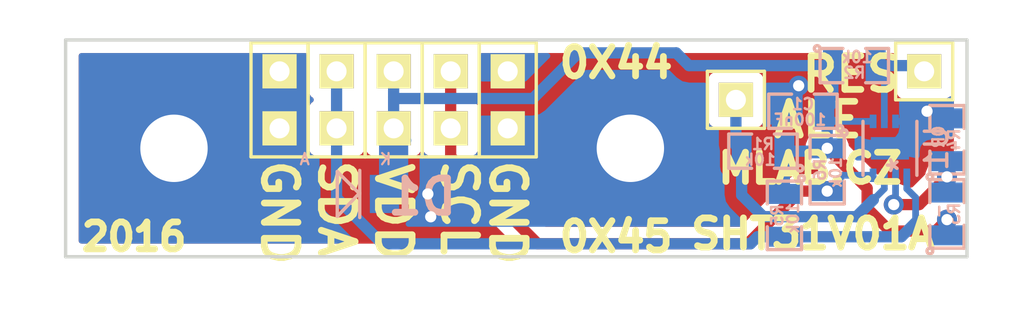
<source format=kicad_pcb>
(kicad_pcb (version 4) (host pcbnew 4.0.1-stable)

  (general
    (links 32)
    (no_connects 0)
    (area 0.178999 -9.981001 40.461001 -0.178999)
    (thickness 1.6)
    (drawings 16)
    (tracks 82)
    (zones 0)
    (modules 18)
    (nets 8)
  )

  (page A4)
  (layers
    (0 F.Cu signal)
    (31 B.Cu signal)
    (32 B.Adhes user)
    (33 F.Adhes user)
    (34 B.Paste user)
    (35 F.Paste user)
    (36 B.SilkS user)
    (37 F.SilkS user)
    (38 B.Mask user hide)
    (39 F.Mask user)
    (40 Dwgs.User user)
    (41 Cmts.User user)
    (42 Eco1.User user)
    (43 Eco2.User user)
    (44 Edge.Cuts user)
    (45 Margin user)
    (46 B.CrtYd user)
    (47 F.CrtYd user)
    (48 B.Fab user)
    (49 F.Fab user)
  )

  (setup
    (last_trace_width 0.3)
    (user_trace_width 0.3)
    (user_trace_width 0.4)
    (user_trace_width 0.5)
    (user_trace_width 0.6)
    (user_trace_width 1.3)
    (trace_clearance 0.2)
    (zone_clearance 0.508)
    (zone_45_only yes)
    (trace_min 0.2)
    (segment_width 0.2)
    (edge_width 0.15)
    (via_size 0.89)
    (via_drill 0.5)
    (via_min_size 0.4)
    (via_min_drill 0.3)
    (uvia_size 0.3)
    (uvia_drill 0.127)
    (uvias_allowed no)
    (uvia_min_size 0.2)
    (uvia_min_drill 0.1)
    (pcb_text_width 0.3)
    (pcb_text_size 1.5 1.5)
    (mod_edge_width 0.15)
    (mod_text_size 1 1)
    (mod_text_width 0.15)
    (pad_size 1.524 1.524)
    (pad_drill 0.762)
    (pad_to_mask_clearance 0.2)
    (aux_axis_origin 0 0)
    (visible_elements 7FFFFF7F)
    (pcbplotparams
      (layerselection 0x010e0_80000001)
      (usegerberextensions false)
      (excludeedgelayer true)
      (linewidth 0.300000)
      (plotframeref false)
      (viasonmask false)
      (mode 1)
      (useauxorigin false)
      (hpglpennumber 1)
      (hpglpenspeed 20)
      (hpglpendiameter 15)
      (hpglpenoverlay 2)
      (psnegative false)
      (psa4output false)
      (plotreference true)
      (plotvalue true)
      (plotinvisibletext false)
      (padsonsilk false)
      (subtractmaskfromsilk false)
      (outputformat 1)
      (mirror false)
      (drillshape 0)
      (scaleselection 1)
      (outputdirectory ../CAM_PROFI/))
  )

  (net 0 "")
  (net 1 /ALERT)
  (net 2 /nRESET)
  (net 3 +3V3)
  (net 4 /SDA)
  (net 5 /SCL)
  (net 6 GND)
  (net 7 "Net-(R3-Pad2)")

  (net_class Default "Toto je výchozí třída sítě."
    (clearance 0.2)
    (trace_width 0.3)
    (via_dia 0.89)
    (via_drill 0.5)
    (uvia_dia 0.3)
    (uvia_drill 0.127)
    (add_net +3V3)
    (add_net /ALERT)
    (add_net /SCL)
    (add_net /SDA)
    (add_net /nRESET)
    (add_net GND)
    (add_net "Net-(R3-Pad2)")
  )

  (module Mlab_Pin_Headers:Straight_1x01 (layer F.Cu) (tedit 56C1CC54) (tstamp 56C25D40)
    (at 30.099 -7.239)
    (descr "pin header straight 1x01")
    (tags "pin header straight 1x01")
    (path /56C1A5C2)
    (fp_text reference J1 (at 0 -2.54) (layer F.SilkS) hide
      (effects (font (size 1.5 1.5) (thickness 0.15)))
    )
    (fp_text value CONN1_1 (at 0 2.54) (layer F.SilkS) hide
      (effects (font (size 1.5 1.5) (thickness 0.15)))
    )
    (fp_text user 1 (at -1.651 0) (layer F.SilkS) hide
      (effects (font (size 0.5 0.5) (thickness 0.05)))
    )
    (fp_line (start -1.27 -1.27) (end 1.27 -1.27) (layer F.SilkS) (width 0.15))
    (fp_line (start 1.27 -1.27) (end 1.27 1.27) (layer F.SilkS) (width 0.15))
    (fp_line (start 1.27 1.27) (end -1.27 1.27) (layer F.SilkS) (width 0.15))
    (fp_line (start -1.27 1.27) (end -1.27 -1.27) (layer F.SilkS) (width 0.15))
    (pad 1 thru_hole rect (at 0 0) (size 1.524 1.524) (drill 0.889) (layers *.Cu *.Mask F.SilkS)
      (net 1 /ALERT))
    (model Pin_Headers/Pin_Header_Straight_1x01.wrl
      (at (xyz 0 0 0))
      (scale (xyz 1 1 1))
      (rotate (xyz 0 0 90))
    )
  )

  (module Mlab_Pin_Headers:Straight_1x01 (layer F.Cu) (tedit 56C1CC5F) (tstamp 56C25D4A)
    (at 38.481 -8.509)
    (descr "pin header straight 1x01")
    (tags "pin header straight 1x01")
    (path /56C1A764)
    (fp_text reference J2 (at 0 -2.54) (layer F.SilkS) hide
      (effects (font (size 1.5 1.5) (thickness 0.15)))
    )
    (fp_text value CONN1_1 (at 0 2.54) (layer F.SilkS) hide
      (effects (font (size 1.5 1.5) (thickness 0.15)))
    )
    (fp_text user 1 (at -1.651 0) (layer F.SilkS) hide
      (effects (font (size 0.5 0.5) (thickness 0.05)))
    )
    (fp_line (start -1.27 -1.27) (end 1.27 -1.27) (layer F.SilkS) (width 0.15))
    (fp_line (start 1.27 -1.27) (end 1.27 1.27) (layer F.SilkS) (width 0.15))
    (fp_line (start 1.27 1.27) (end -1.27 1.27) (layer F.SilkS) (width 0.15))
    (fp_line (start -1.27 1.27) (end -1.27 -1.27) (layer F.SilkS) (width 0.15))
    (pad 1 thru_hole rect (at 0 0) (size 1.524 1.524) (drill 0.889) (layers *.Cu *.Mask F.SilkS)
      (net 2 /nRESET))
    (model Pin_Headers/Pin_Header_Straight_1x01.wrl
      (at (xyz 0 0 0))
      (scale (xyz 1 1 1))
      (rotate (xyz 0 0 90))
    )
  )

  (module Mlab_Pin_Headers:Straight_1x02 (layer F.Cu) (tedit 5535DB0D) (tstamp 56C25D73)
    (at 14.859 -7.239)
    (descr "pin header straight 1x02")
    (tags "pin header straight 1x02")
    (path /56C19DA8)
    (fp_text reference J9 (at 0 -3.81) (layer F.SilkS) hide
      (effects (font (size 1.5 1.5) (thickness 0.15)))
    )
    (fp_text value JUMP_2x1 (at 0 3.81) (layer F.SilkS) hide
      (effects (font (size 1.5 1.5) (thickness 0.15)))
    )
    (fp_text user 1 (at -1.651 -1.27) (layer F.SilkS) hide
      (effects (font (size 0.5 0.5) (thickness 0.05)))
    )
    (fp_line (start -1.27 -2.54) (end 1.27 -2.54) (layer F.SilkS) (width 0.15))
    (fp_line (start 1.27 -2.54) (end 1.27 2.54) (layer F.SilkS) (width 0.15))
    (fp_line (start 1.27 2.54) (end -1.27 2.54) (layer F.SilkS) (width 0.15))
    (fp_line (start -1.27 2.54) (end -1.27 -2.54) (layer F.SilkS) (width 0.15))
    (pad 2 thru_hole rect (at 0 1.27) (size 1.524 1.524) (drill 0.889) (layers *.Cu *.Mask F.SilkS)
      (net 3 +3V3))
    (pad 1 thru_hole rect (at 0 -1.27) (size 1.524 1.524) (drill 0.889) (layers *.Cu *.Mask F.SilkS)
      (net 3 +3V3))
    (model Pin_Headers/Pin_Header_Straight_1x02.wrl
      (at (xyz 0 0 0))
      (scale (xyz 1 1 1))
      (rotate (xyz 0 0 90))
    )
  )

  (module Mlab_Pin_Headers:Straight_1x02 (layer F.Cu) (tedit 5535DB0D) (tstamp 56C25D7E)
    (at 12.319 -7.239)
    (descr "pin header straight 1x02")
    (tags "pin header straight 1x02")
    (path /56C19B98)
    (fp_text reference J10 (at 0 -3.81) (layer F.SilkS) hide
      (effects (font (size 1.5 1.5) (thickness 0.15)))
    )
    (fp_text value JUMP_2x1 (at 0 3.81) (layer F.SilkS) hide
      (effects (font (size 1.5 1.5) (thickness 0.15)))
    )
    (fp_text user 1 (at -1.651 -1.27) (layer F.SilkS) hide
      (effects (font (size 0.5 0.5) (thickness 0.05)))
    )
    (fp_line (start -1.27 -2.54) (end 1.27 -2.54) (layer F.SilkS) (width 0.15))
    (fp_line (start 1.27 -2.54) (end 1.27 2.54) (layer F.SilkS) (width 0.15))
    (fp_line (start 1.27 2.54) (end -1.27 2.54) (layer F.SilkS) (width 0.15))
    (fp_line (start -1.27 2.54) (end -1.27 -2.54) (layer F.SilkS) (width 0.15))
    (pad 2 thru_hole rect (at 0 1.27) (size 1.524 1.524) (drill 0.889) (layers *.Cu *.Mask F.SilkS)
      (net 4 /SDA))
    (pad 1 thru_hole rect (at 0 -1.27) (size 1.524 1.524) (drill 0.889) (layers *.Cu *.Mask F.SilkS)
      (net 4 /SDA))
    (model Pin_Headers/Pin_Header_Straight_1x02.wrl
      (at (xyz 0 0 0))
      (scale (xyz 1 1 1))
      (rotate (xyz 0 0 90))
    )
  )

  (module Mlab_Pin_Headers:Straight_1x02 (layer F.Cu) (tedit 5535DB0D) (tstamp 56C25D89)
    (at 17.399 -7.239)
    (descr "pin header straight 1x02")
    (tags "pin header straight 1x02")
    (path /56C19D85)
    (fp_text reference J11 (at 0 -3.81) (layer F.SilkS) hide
      (effects (font (size 1.5 1.5) (thickness 0.15)))
    )
    (fp_text value JUMP_2x1 (at 0 3.81) (layer F.SilkS) hide
      (effects (font (size 1.5 1.5) (thickness 0.15)))
    )
    (fp_text user 1 (at -1.651 -1.27) (layer F.SilkS) hide
      (effects (font (size 0.5 0.5) (thickness 0.05)))
    )
    (fp_line (start -1.27 -2.54) (end 1.27 -2.54) (layer F.SilkS) (width 0.15))
    (fp_line (start 1.27 -2.54) (end 1.27 2.54) (layer F.SilkS) (width 0.15))
    (fp_line (start 1.27 2.54) (end -1.27 2.54) (layer F.SilkS) (width 0.15))
    (fp_line (start -1.27 2.54) (end -1.27 -2.54) (layer F.SilkS) (width 0.15))
    (pad 2 thru_hole rect (at 0 1.27) (size 1.524 1.524) (drill 0.889) (layers *.Cu *.Mask F.SilkS)
      (net 5 /SCL))
    (pad 1 thru_hole rect (at 0 -1.27) (size 1.524 1.524) (drill 0.889) (layers *.Cu *.Mask F.SilkS)
      (net 5 /SCL))
    (model Pin_Headers/Pin_Header_Straight_1x02.wrl
      (at (xyz 0 0 0))
      (scale (xyz 1 1 1))
      (rotate (xyz 0 0 90))
    )
  )

  (module Mlab_Pin_Headers:Straight_1x02 (layer F.Cu) (tedit 5535DB0D) (tstamp 56C25D94)
    (at 9.779 -7.239)
    (descr "pin header straight 1x02")
    (tags "pin header straight 1x02")
    (path /56C19E76)
    (fp_text reference J12 (at 0 -3.81) (layer F.SilkS) hide
      (effects (font (size 1.5 1.5) (thickness 0.15)))
    )
    (fp_text value JUMP_2x1 (at 0 3.81) (layer F.SilkS) hide
      (effects (font (size 1.5 1.5) (thickness 0.15)))
    )
    (fp_text user 1 (at -1.651 -1.27) (layer F.SilkS) hide
      (effects (font (size 0.5 0.5) (thickness 0.05)))
    )
    (fp_line (start -1.27 -2.54) (end 1.27 -2.54) (layer F.SilkS) (width 0.15))
    (fp_line (start 1.27 -2.54) (end 1.27 2.54) (layer F.SilkS) (width 0.15))
    (fp_line (start 1.27 2.54) (end -1.27 2.54) (layer F.SilkS) (width 0.15))
    (fp_line (start -1.27 2.54) (end -1.27 -2.54) (layer F.SilkS) (width 0.15))
    (pad 2 thru_hole rect (at 0 1.27) (size 1.524 1.524) (drill 0.889) (layers *.Cu *.Mask F.SilkS)
      (net 6 GND))
    (pad 1 thru_hole rect (at 0 -1.27) (size 1.524 1.524) (drill 0.889) (layers *.Cu *.Mask F.SilkS)
      (net 6 GND))
    (model Pin_Headers/Pin_Header_Straight_1x02.wrl
      (at (xyz 0 0 0))
      (scale (xyz 1 1 1))
      (rotate (xyz 0 0 90))
    )
  )

  (module Mlab_Pin_Headers:Straight_1x02 (layer F.Cu) (tedit 5535DB0D) (tstamp 56C25D9F)
    (at 19.939 -7.239)
    (descr "pin header straight 1x02")
    (tags "pin header straight 1x02")
    (path /56C19E9B)
    (fp_text reference J13 (at 0 -3.81) (layer F.SilkS) hide
      (effects (font (size 1.5 1.5) (thickness 0.15)))
    )
    (fp_text value JUMP_2x1 (at 0 3.81) (layer F.SilkS) hide
      (effects (font (size 1.5 1.5) (thickness 0.15)))
    )
    (fp_text user 1 (at -1.651 -1.27) (layer F.SilkS) hide
      (effects (font (size 0.5 0.5) (thickness 0.05)))
    )
    (fp_line (start -1.27 -2.54) (end 1.27 -2.54) (layer F.SilkS) (width 0.15))
    (fp_line (start 1.27 -2.54) (end 1.27 2.54) (layer F.SilkS) (width 0.15))
    (fp_line (start 1.27 2.54) (end -1.27 2.54) (layer F.SilkS) (width 0.15))
    (fp_line (start -1.27 2.54) (end -1.27 -2.54) (layer F.SilkS) (width 0.15))
    (pad 2 thru_hole rect (at 0 1.27) (size 1.524 1.524) (drill 0.889) (layers *.Cu *.Mask F.SilkS)
      (net 6 GND))
    (pad 1 thru_hole rect (at 0 -1.27) (size 1.524 1.524) (drill 0.889) (layers *.Cu *.Mask F.SilkS)
      (net 6 GND))
    (model Pin_Headers/Pin_Header_Straight_1x02.wrl
      (at (xyz 0 0 0))
      (scale (xyz 1 1 1))
      (rotate (xyz 0 0 90))
    )
  )

  (module Mlab_Mechanical:MountingHole_3mm placed (layer F.Cu) (tedit 5535DB2C) (tstamp 56C25DA5)
    (at 25.4 -5.08)
    (descr "Mounting hole, Befestigungsbohrung, 3mm, No Annular, Kein Restring,")
    (tags "Mounting hole, Befestigungsbohrung, 3mm, No Annular, Kein Restring,")
    (path /56C1C849)
    (fp_text reference M1 (at 0 -4.191) (layer F.SilkS) hide
      (effects (font (thickness 0.3048)))
    )
    (fp_text value HOLE (at 0 4.191) (layer F.SilkS) hide
      (effects (font (thickness 0.3048)))
    )
    (fp_circle (center 0 0) (end 2.99974 0) (layer Cmts.User) (width 0.381))
    (pad 1 thru_hole circle (at 0 0) (size 6 6) (drill 3) (layers *.Cu *.Adhes *.Mask)
      (net 6 GND) (clearance 1) (zone_connect 2))
  )

  (module Mlab_Mechanical:MountingHole_3mm placed (layer F.Cu) (tedit 5535DB2C) (tstamp 56C25DAB)
    (at 5.08 -5.08)
    (descr "Mounting hole, Befestigungsbohrung, 3mm, No Annular, Kein Restring,")
    (tags "Mounting hole, Befestigungsbohrung, 3mm, No Annular, Kein Restring,")
    (path /56C1CA93)
    (fp_text reference M2 (at 0 -4.191) (layer F.SilkS) hide
      (effects (font (thickness 0.3048)))
    )
    (fp_text value HOLE (at 0 4.191) (layer F.SilkS) hide
      (effects (font (thickness 0.3048)))
    )
    (fp_circle (center 0 0) (end 2.99974 0) (layer Cmts.User) (width 0.381))
    (pad 1 thru_hole circle (at 0 0) (size 6 6) (drill 3) (layers *.Cu *.Adhes *.Mask)
      (net 6 GND) (clearance 1) (zone_connect 2))
  )

  (module Mlab_R:SMD-0805 (layer B.Cu) (tedit 54799E0C) (tstamp 56C25DB8)
    (at 31.3055 -4.953 180)
    (path /56C1BBCA)
    (attr smd)
    (fp_text reference R1 (at 0 0.3175 180) (layer B.SilkS)
      (effects (font (size 0.50038 0.50038) (thickness 0.10922)) (justify mirror))
    )
    (fp_text value 10k (at 0.127 -0.381 180) (layer B.SilkS)
      (effects (font (size 0.50038 0.50038) (thickness 0.10922)) (justify mirror))
    )
    (fp_circle (center -1.651 -0.762) (end -1.651 -0.635) (layer B.SilkS) (width 0.15))
    (fp_line (start -0.508 -0.762) (end -1.524 -0.762) (layer B.SilkS) (width 0.15))
    (fp_line (start -1.524 -0.762) (end -1.524 0.762) (layer B.SilkS) (width 0.15))
    (fp_line (start -1.524 0.762) (end -0.508 0.762) (layer B.SilkS) (width 0.15))
    (fp_line (start 0.508 0.762) (end 1.524 0.762) (layer B.SilkS) (width 0.15))
    (fp_line (start 1.524 0.762) (end 1.524 -0.762) (layer B.SilkS) (width 0.15))
    (fp_line (start 1.524 -0.762) (end 0.508 -0.762) (layer B.SilkS) (width 0.15))
    (pad 1 smd rect (at -0.9525 0 180) (size 0.889 1.397) (layers B.Cu B.Paste B.Mask)
      (net 3 +3V3))
    (pad 2 smd rect (at 0.9525 0 180) (size 0.889 1.397) (layers B.Cu B.Paste B.Mask)
      (net 1 /ALERT))
    (model MLAB_3D/Resistors/chip_cms.wrl
      (at (xyz 0 0 0))
      (scale (xyz 0.1 0.1 0.1))
      (rotate (xyz 0 0 0))
    )
  )

  (module Mlab_R:SMD-0805 (layer B.Cu) (tedit 54799E0C) (tstamp 56C25DC5)
    (at 35.3695 -8.763)
    (path /56C1BBD0)
    (attr smd)
    (fp_text reference R2 (at 0 0.3175) (layer B.SilkS)
      (effects (font (size 0.50038 0.50038) (thickness 0.10922)) (justify mirror))
    )
    (fp_text value 10k (at 0.127 -0.381) (layer B.SilkS)
      (effects (font (size 0.50038 0.50038) (thickness 0.10922)) (justify mirror))
    )
    (fp_circle (center -1.651 -0.762) (end -1.651 -0.635) (layer B.SilkS) (width 0.15))
    (fp_line (start -0.508 -0.762) (end -1.524 -0.762) (layer B.SilkS) (width 0.15))
    (fp_line (start -1.524 -0.762) (end -1.524 0.762) (layer B.SilkS) (width 0.15))
    (fp_line (start -1.524 0.762) (end -0.508 0.762) (layer B.SilkS) (width 0.15))
    (fp_line (start 0.508 0.762) (end 1.524 0.762) (layer B.SilkS) (width 0.15))
    (fp_line (start 1.524 0.762) (end 1.524 -0.762) (layer B.SilkS) (width 0.15))
    (fp_line (start 1.524 -0.762) (end 0.508 -0.762) (layer B.SilkS) (width 0.15))
    (pad 1 smd rect (at -0.9525 0) (size 0.889 1.397) (layers B.Cu B.Paste B.Mask)
      (net 3 +3V3))
    (pad 2 smd rect (at 0.9525 0) (size 0.889 1.397) (layers B.Cu B.Paste B.Mask)
      (net 2 /nRESET))
    (model MLAB_3D/Resistors/chip_cms.wrl
      (at (xyz 0 0 0))
      (scale (xyz 0.1 0.1 0.1))
      (rotate (xyz 0 0 0))
    )
  )

  (module Mlab_R:SMD-0805 (layer B.Cu) (tedit 54799E0C) (tstamp 56C25DD2)
    (at 39.497 -2.159 90)
    (path /56C1A90F)
    (attr smd)
    (fp_text reference R3 (at 0 0.3175 90) (layer B.SilkS)
      (effects (font (size 0.50038 0.50038) (thickness 0.10922)) (justify mirror))
    )
    (fp_text value - (at 0.127 -0.381 90) (layer B.SilkS)
      (effects (font (size 0.50038 0.50038) (thickness 0.10922)) (justify mirror))
    )
    (fp_circle (center -1.651 -0.762) (end -1.651 -0.635) (layer B.SilkS) (width 0.15))
    (fp_line (start -0.508 -0.762) (end -1.524 -0.762) (layer B.SilkS) (width 0.15))
    (fp_line (start -1.524 -0.762) (end -1.524 0.762) (layer B.SilkS) (width 0.15))
    (fp_line (start -1.524 0.762) (end -0.508 0.762) (layer B.SilkS) (width 0.15))
    (fp_line (start 0.508 0.762) (end 1.524 0.762) (layer B.SilkS) (width 0.15))
    (fp_line (start 1.524 0.762) (end 1.524 -0.762) (layer B.SilkS) (width 0.15))
    (fp_line (start 1.524 -0.762) (end 0.508 -0.762) (layer B.SilkS) (width 0.15))
    (pad 1 smd rect (at -0.9525 0 90) (size 0.889 1.397) (layers B.Cu B.Paste B.Mask)
      (net 3 +3V3))
    (pad 2 smd rect (at 0.9525 0 90) (size 0.889 1.397) (layers B.Cu B.Paste B.Mask)
      (net 7 "Net-(R3-Pad2)"))
    (model MLAB_3D/Resistors/chip_cms.wrl
      (at (xyz 0 0 0))
      (scale (xyz 0.1 0.1 0.1))
      (rotate (xyz 0 0 0))
    )
  )

  (module Mlab_R:SMD-0805 (layer B.Cu) (tedit 54799E0C) (tstamp 56C25DDF)
    (at 39.497 -5.461 90)
    (path /56C1AAEA)
    (attr smd)
    (fp_text reference R4 (at 0 0.3175 90) (layer B.SilkS)
      (effects (font (size 0.50038 0.50038) (thickness 0.10922)) (justify mirror))
    )
    (fp_text value 0R (at 0.127 -0.381 90) (layer B.SilkS)
      (effects (font (size 0.50038 0.50038) (thickness 0.10922)) (justify mirror))
    )
    (fp_circle (center -1.651 -0.762) (end -1.651 -0.635) (layer B.SilkS) (width 0.15))
    (fp_line (start -0.508 -0.762) (end -1.524 -0.762) (layer B.SilkS) (width 0.15))
    (fp_line (start -1.524 -0.762) (end -1.524 0.762) (layer B.SilkS) (width 0.15))
    (fp_line (start -1.524 0.762) (end -0.508 0.762) (layer B.SilkS) (width 0.15))
    (fp_line (start 0.508 0.762) (end 1.524 0.762) (layer B.SilkS) (width 0.15))
    (fp_line (start 1.524 0.762) (end 1.524 -0.762) (layer B.SilkS) (width 0.15))
    (fp_line (start 1.524 -0.762) (end 0.508 -0.762) (layer B.SilkS) (width 0.15))
    (pad 1 smd rect (at -0.9525 0 90) (size 0.889 1.397) (layers B.Cu B.Paste B.Mask)
      (net 7 "Net-(R3-Pad2)"))
    (pad 2 smd rect (at 0.9525 0 90) (size 0.889 1.397) (layers B.Cu B.Paste B.Mask)
      (net 6 GND))
    (model MLAB_3D/Resistors/chip_cms.wrl
      (at (xyz 0 0 0))
      (scale (xyz 0.1 0.1 0.1))
      (rotate (xyz 0 0 0))
    )
  )

  (module Mlab_R:SMD-0805 (layer B.Cu) (tedit 54799E0C) (tstamp 56C25DEC)
    (at 32.258 -2.0955 270)
    (path /56C197F1)
    (attr smd)
    (fp_text reference R5 (at 0 0.3175 270) (layer B.SilkS)
      (effects (font (size 0.50038 0.50038) (thickness 0.10922)) (justify mirror))
    )
    (fp_text value 10k (at 0.127 -0.381 270) (layer B.SilkS)
      (effects (font (size 0.50038 0.50038) (thickness 0.10922)) (justify mirror))
    )
    (fp_circle (center -1.651 -0.762) (end -1.651 -0.635) (layer B.SilkS) (width 0.15))
    (fp_line (start -0.508 -0.762) (end -1.524 -0.762) (layer B.SilkS) (width 0.15))
    (fp_line (start -1.524 -0.762) (end -1.524 0.762) (layer B.SilkS) (width 0.15))
    (fp_line (start -1.524 0.762) (end -0.508 0.762) (layer B.SilkS) (width 0.15))
    (fp_line (start 0.508 0.762) (end 1.524 0.762) (layer B.SilkS) (width 0.15))
    (fp_line (start 1.524 0.762) (end 1.524 -0.762) (layer B.SilkS) (width 0.15))
    (fp_line (start 1.524 -0.762) (end 0.508 -0.762) (layer B.SilkS) (width 0.15))
    (pad 1 smd rect (at -0.9525 0 270) (size 0.889 1.397) (layers B.Cu B.Paste B.Mask)
      (net 3 +3V3))
    (pad 2 smd rect (at 0.9525 0 270) (size 0.889 1.397) (layers B.Cu B.Paste B.Mask)
      (net 4 /SDA))
    (model MLAB_3D/Resistors/chip_cms.wrl
      (at (xyz 0 0 0))
      (scale (xyz 0.1 0.1 0.1))
      (rotate (xyz 0 0 0))
    )
  )

  (module Mlab_R:SMD-0805 (layer B.Cu) (tedit 54799E0C) (tstamp 56C25DF9)
    (at 34.163 -4.1275 270)
    (path /56C19962)
    (attr smd)
    (fp_text reference R6 (at 0 0.3175 270) (layer B.SilkS)
      (effects (font (size 0.50038 0.50038) (thickness 0.10922)) (justify mirror))
    )
    (fp_text value 10k (at 0.127 -0.381 270) (layer B.SilkS)
      (effects (font (size 0.50038 0.50038) (thickness 0.10922)) (justify mirror))
    )
    (fp_circle (center -1.651 -0.762) (end -1.651 -0.635) (layer B.SilkS) (width 0.15))
    (fp_line (start -0.508 -0.762) (end -1.524 -0.762) (layer B.SilkS) (width 0.15))
    (fp_line (start -1.524 -0.762) (end -1.524 0.762) (layer B.SilkS) (width 0.15))
    (fp_line (start -1.524 0.762) (end -0.508 0.762) (layer B.SilkS) (width 0.15))
    (fp_line (start 0.508 0.762) (end 1.524 0.762) (layer B.SilkS) (width 0.15))
    (fp_line (start 1.524 0.762) (end 1.524 -0.762) (layer B.SilkS) (width 0.15))
    (fp_line (start 1.524 -0.762) (end 0.508 -0.762) (layer B.SilkS) (width 0.15))
    (pad 1 smd rect (at -0.9525 0 270) (size 0.889 1.397) (layers B.Cu B.Paste B.Mask)
      (net 3 +3V3))
    (pad 2 smd rect (at 0.9525 0 270) (size 0.889 1.397) (layers B.Cu B.Paste B.Mask)
      (net 5 /SCL))
    (model MLAB_3D/Resistors/chip_cms.wrl
      (at (xyz 0 0 0))
      (scale (xyz 0.1 0.1 0.1))
      (rotate (xyz 0 0 0))
    )
  )

  (module Mlab_R:SMD-0805 (layer B.Cu) (tedit 54799E0C) (tstamp 56C28E5D)
    (at 33.0835 -6.731 180)
    (path /56C20231)
    (attr smd)
    (fp_text reference C1 (at 0 0.3175 180) (layer B.SilkS)
      (effects (font (size 0.50038 0.50038) (thickness 0.10922)) (justify mirror))
    )
    (fp_text value 100nF (at 0.127 -0.381 180) (layer B.SilkS)
      (effects (font (size 0.50038 0.50038) (thickness 0.10922)) (justify mirror))
    )
    (fp_circle (center -1.651 -0.762) (end -1.651 -0.635) (layer B.SilkS) (width 0.15))
    (fp_line (start -0.508 -0.762) (end -1.524 -0.762) (layer B.SilkS) (width 0.15))
    (fp_line (start -1.524 -0.762) (end -1.524 0.762) (layer B.SilkS) (width 0.15))
    (fp_line (start -1.524 0.762) (end -0.508 0.762) (layer B.SilkS) (width 0.15))
    (fp_line (start 0.508 0.762) (end 1.524 0.762) (layer B.SilkS) (width 0.15))
    (fp_line (start 1.524 0.762) (end 1.524 -0.762) (layer B.SilkS) (width 0.15))
    (fp_line (start 1.524 -0.762) (end 0.508 -0.762) (layer B.SilkS) (width 0.15))
    (pad 1 smd rect (at -0.9525 0 180) (size 0.889 1.397) (layers B.Cu B.Paste B.Mask)
      (net 3 +3V3))
    (pad 2 smd rect (at 0.9525 0 180) (size 0.889 1.397) (layers B.Cu B.Paste B.Mask)
      (net 6 GND))
    (model MLAB_3D/Resistors/chip_cms.wrl
      (at (xyz 0 0 0))
      (scale (xyz 0.1 0.1 0.1))
      (rotate (xyz 0 0 0))
    )
  )

  (module Mlab_IO:DFN-8-1EP_2.4x2.4mm_Pitch0.5mm (layer B.Cu) (tedit 56C1A711) (tstamp 56C28E71)
    (at 36.957 -5.08 90)
    (descr "DFN8 2x2, 0.5mm pin")
    (tags "DFN 0.5")
    (path /56C19730)
    (attr smd)
    (fp_text reference U1 (at 0 2.075 90) (layer B.SilkS)
      (effects (font (size 1 1) (thickness 0.15)) (justify mirror))
    )
    (fp_text value SHT31 (at 0 -2.075 90) (layer B.Fab)
      (effects (font (size 1 1) (thickness 0.15)) (justify mirror))
    )
    (fp_text user * (at -0.7493 0.4318 90) (layer B.SilkS)
      (effects (font (size 1 1) (thickness 0.15)) (justify mirror))
    )
    (fp_line (start -1.2 1.2) (end 1.2 1.2) (layer B.SilkS) (width 0.15))
    (fp_line (start -1.4 1.35) (end -1.4 -1.35) (layer B.CrtYd) (width 0.05))
    (fp_line (start 1.4 1.35) (end 1.4 -1.35) (layer B.CrtYd) (width 0.05))
    (fp_line (start -1.4 1.35) (end 1.4 1.35) (layer B.CrtYd) (width 0.05))
    (fp_line (start -1.4 -1.35) (end 1.4 -1.35) (layer B.CrtYd) (width 0.05))
    (fp_line (start -1.2 -1.2) (end 1.2 -1.2) (layer B.SilkS) (width 0.15))
    (pad 1 smd rect (at -1.2 0.75 90) (size 0.6 0.3) (layers B.Cu B.Paste B.Mask)
      (net 4 /SDA))
    (pad 2 smd rect (at -1.2 0.25 90) (size 0.6 0.3) (layers B.Cu B.Paste B.Mask)
      (net 7 "Net-(R3-Pad2)"))
    (pad 3 smd rect (at -1.2 -0.25 90) (size 0.6 0.3) (layers B.Cu B.Paste B.Mask)
      (net 1 /ALERT))
    (pad 4 smd rect (at -1.2 -0.75 90) (size 0.6 0.3) (layers B.Cu B.Paste B.Mask)
      (net 5 /SCL))
    (pad 5 smd rect (at 1.2 -0.75 90) (size 0.6 0.3) (layers B.Cu B.Paste B.Mask)
      (net 3 +3V3))
    (pad 6 smd rect (at 1.2 -0.25 90) (size 0.6 0.3) (layers B.Cu B.Paste B.Mask)
      (net 2 /nRESET))
    (pad 7 smd rect (at 1.2 0.25 90) (size 0.6 0.3) (layers B.Cu B.Paste B.Mask)
      (net 6 GND))
    (pad 8 smd rect (at 1.2 0.75 90) (size 0.6 0.3) (layers B.Cu B.Paste B.Mask)
      (net 6 GND))
    (pad 9 smd rect (at 0 0 90) (size 1 1.7) (layers B.Cu B.Paste B.Mask)
      (net 6 GND) (solder_paste_margin_ratio -0.2))
    (model Housings_DFN_QFN.3dshapes/DFN-8-1EP_2x2mm_Pitch0.5mm.wrl
      (at (xyz 0 0 0))
      (scale (xyz 1 1 1))
      (rotate (xyz 0 0 0))
    )
  )

  (module Mlab_D:Diode-MiniMELF_Standard (layer B.Cu) (tedit 547999ED) (tstamp 56C1AF1E)
    (at 12.7 -3.048)
    (descr "Diode Mini-MELF Standard")
    (tags "Diode Mini-MELF Standard")
    (path /56C21A96)
    (attr smd)
    (fp_text reference D1 (at 3.429 0.127) (layer B.SilkS)
      (effects (font (thickness 0.3048)) (justify mirror))
    )
    (fp_text value BZV55C-3,6V (at 0 -3.81) (layer B.SilkS) hide
      (effects (font (thickness 0.3048)) (justify mirror))
    )
    (fp_line (start 0.65024 -0.0508) (end -0.35052 1.00076) (layer B.SilkS) (width 0.15))
    (fp_line (start -0.35052 1.00076) (end -0.35052 -1.00076) (layer B.SilkS) (width 0.15))
    (fp_line (start -0.35052 -1.00076) (end 0.65024 0) (layer B.SilkS) (width 0.15))
    (fp_line (start 0.65024 1.04902) (end 0.65024 -1.04902) (layer B.SilkS) (width 0.15))
    (fp_text user A (at -1.80086 -1.5494) (layer B.SilkS)
      (effects (font (size 0.50038 0.50038) (thickness 0.09906)) (justify mirror))
    )
    (fp_text user K (at 1.80086 -1.5494) (layer B.SilkS)
      (effects (font (size 0.50038 0.50038) (thickness 0.09906)) (justify mirror))
    )
    (fp_circle (center 0 0) (end 0 -0.55118) (layer B.Adhes) (width 0.381))
    (fp_circle (center 0 0) (end 0 -0.20066) (layer B.Adhes) (width 0.381))
    (pad 1 smd rect (at -1.75006 0) (size 1.30048 1.69926) (layers B.Cu B.Paste B.Mask)
      (net 6 GND))
    (pad 2 smd rect (at 1.75006 0) (size 1.30048 1.69926) (layers B.Cu B.Paste B.Mask)
      (net 3 +3V3))
    (model MLAB_3D/Diodes/MiniMELF_DO213AA.wrl
      (at (xyz 0 0 0))
      (scale (xyz 0.3937 0.3937 0.3937))
      (rotate (xyz 0 0 0))
    )
  )

  (gr_text 0X45 (at 24.765 -1.143) (layer F.SilkS)
    (effects (font (size 1.3 1.3) (thickness 0.3)))
  )
  (gr_text 0X44 (at 24.765 -8.89) (layer F.SilkS)
    (effects (font (size 1.3 1.3) (thickness 0.3)))
  )
  (gr_text 2016 (at 3.302 -1.143) (layer F.SilkS)
    (effects (font (size 1.2 1.2) (thickness 0.3)))
  )
  (gr_text MLAB.CZ (at 33.401 -4.191) (layer F.SilkS)
    (effects (font (size 1.3 1.3) (thickness 0.3)))
  )
  (gr_text SHT31V01A (at 33.528 -1.27) (layer F.SilkS)
    (effects (font (size 1.3 1.3) (thickness 0.3)))
  )
  (gr_text ALE (at 31.623 -6.35) (layer F.SilkS)
    (effects (font (size 1.5 1.5) (thickness 0.3)) (justify left))
  )
  (gr_text RES (at 32.893 -8.382) (layer F.SilkS)
    (effects (font (size 1.5 1.5) (thickness 0.3)) (justify left))
  )
  (gr_text GND (at 19.939 -4.699 270) (layer F.SilkS)
    (effects (font (size 1.5 1.5) (thickness 0.3)) (justify left))
  )
  (gr_text SCL (at 17.78 -4.699 270) (layer F.SilkS)
    (effects (font (size 1.5 1.5) (thickness 0.3)) (justify left))
  )
  (gr_text VDD (at 14.859 -4.572 270) (layer F.SilkS)
    (effects (font (size 1.5 1.5) (thickness 0.3)) (justify left))
  )
  (gr_text SDA (at 12.319 -4.699 270) (layer F.SilkS)
    (effects (font (size 1.5 1.5) (thickness 0.3)) (justify left))
  )
  (gr_text GND (at 9.779 -4.699 270) (layer F.SilkS)
    (effects (font (size 1.5 1.5) (thickness 0.3)) (justify left))
  )
  (gr_line (start 0.254 -0.254) (end 0.254 -9.906) (angle 90) (layer Edge.Cuts) (width 0.15))
  (gr_line (start 0.254 -0.254) (end 40.386 -0.254) (angle 90) (layer Edge.Cuts) (width 0.15))
  (gr_line (start 40.386 -9.906) (end 40.386 -0.254) (angle 90) (layer Edge.Cuts) (width 0.15))
  (gr_line (start 0.254 -9.906) (end 40.386 -9.906) (angle 90) (layer Edge.Cuts) (width 0.15))

  (segment (start 30.353 -4.953) (end 30.353 -2.999998) (width 0.5) (layer B.Cu) (net 1))
  (segment (start 30.353 -2.999998) (end 31.315497 -2.037501) (width 0.5) (layer B.Cu) (net 1))
  (segment (start 35.464501 -2.037501) (end 36.221 -2.794) (width 0.5) (layer B.Cu) (net 1))
  (segment (start 31.315497 -2.037501) (end 35.464501 -2.037501) (width 0.5) (layer B.Cu) (net 1))
  (segment (start 30.099 -7.239) (end 30.099 -5.207) (width 0.5) (layer B.Cu) (net 1))
  (segment (start 30.099 -5.207) (end 30.353 -4.953) (width 0.5) (layer B.Cu) (net 1))
  (segment (start 36.707 -3.88) (end 36.707 -3.28) (width 0.3) (layer B.Cu) (net 1))
  (segment (start 36.707 -3.28) (end 36.221 -2.794) (width 0.3) (layer B.Cu) (net 1))
  (segment (start 36.322 -8.763) (end 38.227 -8.763) (width 0.5) (layer B.Cu) (net 2))
  (segment (start 38.227 -8.763) (end 38.481 -8.509) (width 0.5) (layer B.Cu) (net 2))
  (segment (start 36.707 -6.28) (end 36.707 -8.378) (width 0.3) (layer B.Cu) (net 2))
  (segment (start 36.707 -8.378) (end 36.322 -8.763) (width 0.3) (layer B.Cu) (net 2))
  (segment (start 14.859 -5.969) (end 14.859 -3.45694) (width 1.3) (layer B.Cu) (net 3))
  (segment (start 14.859 -3.45694) (end 14.45006 -3.048) (width 1.3) (layer B.Cu) (net 3))
  (segment (start 35.941 -3.302) (end 34.163 -5.08) (width 0.5) (layer F.Cu) (net 3))
  (segment (start 35.941 -2.413) (end 35.941 -3.302) (width 0.5) (layer F.Cu) (net 3))
  (segment (start 39.497 -1.905) (end 38.989 -1.397) (width 0.5) (layer F.Cu) (net 3))
  (segment (start 38.989 -1.397) (end 36.957 -1.397) (width 0.5) (layer F.Cu) (net 3))
  (segment (start 36.957 -1.397) (end 35.941 -2.413) (width 0.5) (layer F.Cu) (net 3))
  (via (at 34.163 -5.08) (size 0.89) (drill 0.5) (layers F.Cu B.Cu) (net 3))
  (segment (start 39.497 -1.2065) (end 39.497 -1.905) (width 0.5) (layer B.Cu) (net 3))
  (via (at 39.497 -1.905) (size 0.89) (drill 0.5) (layers F.Cu B.Cu) (net 3))
  (segment (start 15.39494 -5.43306) (end 14.859 -5.969) (width 0.5) (layer B.Cu) (net 3))
  (segment (start 32.258 -3.048) (end 32.258 -4.953) (width 0.5) (layer B.Cu) (net 3))
  (segment (start 36.207 -6.28) (end 34.487 -6.28) (width 0.3) (layer B.Cu) (net 3))
  (segment (start 34.487 -6.28) (end 34.036 -6.731) (width 0.3) (layer B.Cu) (net 3))
  (segment (start 34.417 -8.763) (end 34.417 -7.112) (width 0.5) (layer B.Cu) (net 3))
  (segment (start 34.417 -7.112) (end 34.036 -6.731) (width 0.5) (layer B.Cu) (net 3))
  (segment (start 34.163 -5.08) (end 34.163 -6.604) (width 0.5) (layer B.Cu) (net 3))
  (segment (start 34.163 -6.604) (end 34.036 -6.731) (width 0.5) (layer B.Cu) (net 3))
  (segment (start 32.258 -4.953) (end 34.036 -4.953) (width 0.5) (layer B.Cu) (net 3))
  (segment (start 34.036 -4.953) (end 34.163 -5.08) (width 0.5) (layer B.Cu) (net 3))
  (segment (start 14.859 -5.969) (end 14.859 -7.366) (width 0.5) (layer B.Cu) (net 3))
  (segment (start 14.859 -7.366) (end 14.859 -8.509) (width 0.5) (layer B.Cu) (net 3))
  (segment (start 34.417 -8.763) (end 28.007002 -8.763) (width 0.5) (layer B.Cu) (net 3))
  (segment (start 28.007002 -8.763) (end 27.440001 -9.330001) (width 0.5) (layer B.Cu) (net 3))
  (segment (start 27.440001 -9.330001) (end 23.094003 -9.330001) (width 0.5) (layer B.Cu) (net 3))
  (segment (start 23.094003 -9.330001) (end 21.061001 -7.296999) (width 0.5) (layer B.Cu) (net 3))
  (segment (start 21.061001 -7.296999) (end 14.928001 -7.296999) (width 0.5) (layer B.Cu) (net 3))
  (segment (start 14.928001 -7.296999) (end 14.859 -7.366) (width 0.5) (layer B.Cu) (net 3))
  (segment (start 32.258 -1.143) (end 31.0595 -1.143) (width 0.5) (layer B.Cu) (net 4))
  (segment (start 31.0595 -1.143) (end 30.746499 -0.829999) (width 0.5) (layer B.Cu) (net 4))
  (segment (start 30.746499 -0.829999) (end 14.358189 -0.829999) (width 0.5) (layer B.Cu) (net 4))
  (segment (start 14.358189 -0.829999) (end 12.319 -2.869188) (width 0.5) (layer B.Cu) (net 4))
  (segment (start 12.319 -2.869188) (end 12.319 -4.707) (width 0.5) (layer B.Cu) (net 4))
  (segment (start 12.319 -4.707) (end 12.319 -5.969) (width 0.5) (layer B.Cu) (net 4))
  (segment (start 12.319 -8.509) (end 12.319 -5.969) (width 0.5) (layer B.Cu) (net 4))
  (segment (start 38.1 -1.778) (end 37.465 -1.143) (width 0.5) (layer B.Cu) (net 4))
  (segment (start 37.465 -1.143) (end 32.258 -1.143) (width 0.5) (layer B.Cu) (net 4))
  (segment (start 38.1 -2.887) (end 38.1 -1.778) (width 0.3) (layer B.Cu) (net 4))
  (segment (start 37.707 -3.88) (end 37.707 -3.28) (width 0.3) (layer B.Cu) (net 4))
  (segment (start 37.707 -3.28) (end 38.1 -2.887) (width 0.3) (layer B.Cu) (net 4))
  (segment (start 17.399 -5.969) (end 17.399 -8.509) (width 0.5) (layer F.Cu) (net 5))
  (segment (start 17.399 -5.969) (end 17.399 -4.707) (width 0.5) (layer F.Cu) (net 5))
  (segment (start 17.399 -4.707) (end 21.276001 -0.829999) (width 0.5) (layer F.Cu) (net 5))
  (segment (start 21.276001 -0.829999) (end 30.619499 -0.829999) (width 0.5) (layer F.Cu) (net 5))
  (segment (start 30.619499 -0.829999) (end 32.9645 -3.175) (width 0.5) (layer F.Cu) (net 5))
  (segment (start 32.9645 -3.175) (end 34.163 -3.175) (width 0.5) (layer F.Cu) (net 5))
  (via (at 34.163 -3.175) (size 0.89) (drill 0.5) (layers F.Cu B.Cu) (net 5))
  (segment (start 36.207 -3.88) (end 34.868 -3.88) (width 0.3) (layer B.Cu) (net 5))
  (segment (start 34.868 -3.88) (end 34.163 -3.175) (width 0.3) (layer B.Cu) (net 5))
  (segment (start 16.383 -3.048) (end 16.51 -2.032) (width 0.3) (layer B.Cu) (net 6))
  (via (at 16.51 -2.032) (size 0.89) (drill 0.5) (layers F.Cu B.Cu) (net 6))
  (segment (start 9.779 -5.969) (end 9.779 -4.907) (width 0.3) (layer F.Cu) (net 6))
  (segment (start 9.779 -4.907) (end 12.019 -2.667) (width 0.3) (layer F.Cu) (net 6))
  (segment (start 12.019 -2.667) (end 16.383 -3.048) (width 0.3) (layer F.Cu) (net 6))
  (via (at 16.383 -3.048) (size 0.89) (drill 0.5) (layers F.Cu B.Cu) (net 6))
  (segment (start 37.207 -6.28) (end 37.707 -6.28) (width 0.3) (layer B.Cu) (net 6))
  (segment (start 39.497 -6.4135) (end 38.9255 -6.4135) (width 0.5) (layer B.Cu) (net 6))
  (segment (start 38.9255 -6.4135) (end 38.608 -6.731) (width 0.5) (layer B.Cu) (net 6))
  (via (at 38.608 -6.731) (size 0.89) (drill 0.5) (layers F.Cu B.Cu) (net 6))
  (segment (start 32.131 -6.731) (end 32.131 -7.10599) (width 0.5) (layer B.Cu) (net 6))
  (segment (start 32.131 -7.10599) (end 32.893 -7.86799) (width 0.5) (layer B.Cu) (net 6))
  (via (at 32.893 -7.86799) (size 0.89) (drill 0.5) (layers F.Cu B.Cu) (net 6))
  (segment (start 39.497 -3.1115) (end 39.497 -3.81) (width 0.5) (layer B.Cu) (net 7))
  (segment (start 39.497 -3.81) (end 39.497 -4.5085) (width 0.5) (layer B.Cu) (net 7))
  (segment (start 37.126139 -2.574826) (end 38.261826 -2.574826) (width 0.5) (layer F.Cu) (net 7))
  (segment (start 38.261826 -2.574826) (end 39.497 -3.81) (width 0.5) (layer F.Cu) (net 7))
  (via (at 39.497 -3.81) (size 0.89) (drill 0.5) (layers F.Cu B.Cu) (net 7))
  (segment (start 37.207 -3.88) (end 37.207 -2.655687) (width 0.3) (layer B.Cu) (net 7))
  (segment (start 37.207 -2.655687) (end 37.126139 -2.574826) (width 0.3) (layer B.Cu) (net 7))
  (via (at 37.126139 -2.574826) (size 0.89) (drill 0.5) (layers F.Cu B.Cu) (net 7))

  (zone (net 6) (net_name GND) (layer F.Cu) (tstamp 56C1CA9C) (hatch edge 0.508)
    (priority 1)
    (connect_pads yes (clearance 0.508))
    (min_thickness 0.254)
    (fill yes (arc_segments 16) (thermal_gap 0.508) (thermal_bridge_width 0.508))
    (polygon
      (pts
        (xy -0.127 -10.16) (xy 41.021 -10.16) (xy 41.021 0.635) (xy -1.397 0.635) (xy -1.397 -10.16)
        (xy -0.254 -10.16)
      )
    )
    (filled_polygon
      (pts
        (xy 10.90956 -7.747) (xy 10.953838 -7.511683) (xy 11.09291 -7.295559) (xy 11.17477 -7.239626) (xy 11.105559 -7.19509)
        (xy 10.960569 -6.98289) (xy 10.90956 -6.731) (xy 10.90956 -5.207) (xy 10.953838 -4.971683) (xy 11.09291 -4.755559)
        (xy 11.30511 -4.610569) (xy 11.557 -4.55956) (xy 13.081 -4.55956) (xy 13.316317 -4.603838) (xy 13.532441 -4.74291)
        (xy 13.588374 -4.82477) (xy 13.63291 -4.755559) (xy 13.84511 -4.610569) (xy 14.097 -4.55956) (xy 15.621 -4.55956)
        (xy 15.856317 -4.603838) (xy 16.072441 -4.74291) (xy 16.128374 -4.82477) (xy 16.17291 -4.755559) (xy 16.38511 -4.610569)
        (xy 16.539396 -4.579325) (xy 16.561653 -4.467431) (xy 16.581367 -4.368325) (xy 16.728132 -4.148675) (xy 16.77321 -4.08121)
        (xy 19.890421 -0.964) (xy 0.964 -0.964) (xy 0.964 -9.196) (xy 10.90956 -9.196)
      )
    )
    (filled_polygon
      (pts
        (xy 37.07156 -7.747) (xy 37.115838 -7.511683) (xy 37.25491 -7.295559) (xy 37.46711 -7.150569) (xy 37.719 -7.09956)
        (xy 39.243 -7.09956) (xy 39.478317 -7.143838) (xy 39.676 -7.271044) (xy 39.676 -4.889844) (xy 39.283117 -4.890187)
        (xy 38.886029 -4.726113) (xy 38.581955 -4.422569) (xy 38.417188 -4.025768) (xy 38.41715 -3.981729) (xy 37.895246 -3.459826)
        (xy 37.768701 -3.459826) (xy 37.738708 -3.489871) (xy 37.341907 -3.654638) (xy 36.912256 -3.655013) (xy 36.767665 -3.595269)
        (xy 36.758633 -3.640674) (xy 36.758633 -3.640675) (xy 36.56679 -3.92779) (xy 36.566787 -3.927792) (xy 35.24315 -5.25143)
        (xy 35.243187 -5.293883) (xy 35.079113 -5.690971) (xy 34.775569 -5.995045) (xy 34.378768 -6.159812) (xy 33.949117 -6.160187)
        (xy 33.552029 -5.996113) (xy 33.247955 -5.692569) (xy 33.083188 -5.295768) (xy 33.082813 -4.866117) (xy 33.246887 -4.469029)
        (xy 33.550431 -4.164955) (xy 33.640363 -4.127612) (xy 33.552029 -4.091113) (xy 33.520862 -4.06) (xy 32.964505 -4.06)
        (xy 32.9645 -4.060001) (xy 32.663806 -4.000188) (xy 32.625825 -3.992633) (xy 32.33871 -3.80079) (xy 32.338708 -3.800787)
        (xy 30.252919 -1.714999) (xy 21.64258 -1.714999) (xy 18.613346 -4.744234) (xy 18.757431 -4.95511) (xy 18.80844 -5.207)
        (xy 18.80844 -6.731) (xy 18.764162 -6.966317) (xy 18.62509 -7.182441) (xy 18.54323 -7.238374) (xy 18.612441 -7.28291)
        (xy 18.757431 -7.49511) (xy 18.80844 -7.747) (xy 18.80844 -8.001) (xy 28.68956 -8.001) (xy 28.68956 -6.477)
        (xy 28.733838 -6.241683) (xy 28.87291 -6.025559) (xy 29.08511 -5.880569) (xy 29.337 -5.82956) (xy 30.861 -5.82956)
        (xy 31.096317 -5.873838) (xy 31.312441 -6.01291) (xy 31.457431 -6.22511) (xy 31.50844 -6.477) (xy 31.50844 -8.001)
        (xy 31.464162 -8.236317) (xy 31.32509 -8.452441) (xy 31.11289 -8.597431) (xy 30.861 -8.64844) (xy 29.337 -8.64844)
        (xy 29.101683 -8.604162) (xy 28.885559 -8.46509) (xy 28.740569 -8.25289) (xy 28.68956 -8.001) (xy 18.80844 -8.001)
        (xy 18.80844 -9.196) (xy 37.07156 -9.196)
      )
    )
  )
  (zone (net 6) (net_name GND) (layer B.Cu) (tstamp 56C1CAB0) (hatch edge 0.508)
    (priority 1)
    (connect_pads yes (clearance 0.508))
    (min_thickness 0.254)
    (fill yes (arc_segments 16) (thermal_gap 0.508) (thermal_bridge_width 0.508))
    (polygon
      (pts
        (xy -2.413 -11.684) (xy 42.926 -11.684) (xy 42.926 2.159) (xy -2.667 2.159) (xy -2.667 -11.684)
        (xy -2.413 -11.684)
      )
    )
    (filled_polygon
      (pts
        (xy 10.90956 -7.747) (xy 10.953838 -7.511683) (xy 11.09291 -7.295559) (xy 11.17477 -7.239626) (xy 11.105559 -7.19509)
        (xy 10.960569 -6.98289) (xy 10.90956 -6.731) (xy 10.90956 -5.207) (xy 10.953838 -4.971683) (xy 11.09291 -4.755559)
        (xy 11.30511 -4.610569) (xy 11.434 -4.584468) (xy 11.434 -2.869193) (xy 11.433999 -2.869188) (xy 11.486849 -2.6035)
        (xy 11.501367 -2.530513) (xy 11.634061 -2.331921) (xy 11.69321 -2.243398) (xy 12.972609 -0.964) (xy 0.964 -0.964)
        (xy 0.964 -9.196) (xy 10.90956 -9.196)
      )
    )
    (filled_polygon
      (pts
        (xy 27.38121 -8.137213) (xy 27.381212 -8.13721) (xy 27.471413 -8.07694) (xy 27.668328 -7.945366) (xy 28.007002 -7.877999)
        (xy 28.007007 -7.878) (xy 28.68956 -7.878) (xy 28.68956 -6.477) (xy 28.733838 -6.241683) (xy 28.87291 -6.025559)
        (xy 29.08511 -5.880569) (xy 29.214 -5.854468) (xy 29.214 -5.207005) (xy 29.213999 -5.207) (xy 29.260808 -4.971683)
        (xy 29.26106 -4.970415) (xy 29.26106 -4.2545) (xy 29.305338 -4.019183) (xy 29.44441 -3.803059) (xy 29.468 -3.786941)
        (xy 29.468 -3.000003) (xy 29.467999 -2.999998) (xy 29.523172 -2.722633) (xy 29.535367 -2.661323) (xy 29.688807 -2.431683)
        (xy 29.72721 -2.374208) (xy 30.38317 -1.718249) (xy 30.37992 -1.714999) (xy 15.521777 -1.714999) (xy 15.551741 -1.73428)
        (xy 15.696731 -1.94648) (xy 15.74774 -2.19837) (xy 15.74774 -2.528415) (xy 15.767632 -2.548307) (xy 16.046185 -2.965191)
        (xy 16.062657 -3.048) (xy 16.144 -3.45694) (xy 16.144 -4.800486) (xy 16.17291 -4.755559) (xy 16.38511 -4.610569)
        (xy 16.637 -4.55956) (xy 18.161 -4.55956) (xy 18.396317 -4.603838) (xy 18.612441 -4.74291) (xy 18.757431 -4.95511)
        (xy 18.80844 -5.207) (xy 18.80844 -6.411999) (xy 21.060996 -6.411999) (xy 21.061001 -6.411998) (xy 21.387781 -6.477)
        (xy 21.399676 -6.479366) (xy 21.686791 -6.671209) (xy 23.460583 -8.445001) (xy 27.073421 -8.445001)
      )
    )
    (filled_polygon
      (pts
        (xy 39.676 -5.60044) (xy 38.7985 -5.60044) (xy 38.563183 -5.556162) (xy 38.347059 -5.41709) (xy 38.202069 -5.20489)
        (xy 38.15106 -4.953) (xy 38.15106 -4.747617) (xy 38.10889 -4.776431) (xy 37.857 -4.82744) (xy 37.557 -4.82744)
        (xy 37.453329 -4.807933) (xy 37.357 -4.82744) (xy 37.057 -4.82744) (xy 36.953329 -4.807933) (xy 36.857 -4.82744)
        (xy 36.557 -4.82744) (xy 36.453329 -4.807933) (xy 36.357 -4.82744) (xy 36.057 -4.82744) (xy 35.821683 -4.783162)
        (xy 35.638054 -4.665) (xy 35.50894 -4.665) (xy 35.50894 -5.495) (xy 35.642025 -5.495) (xy 35.80511 -5.383569)
        (xy 36.057 -5.33256) (xy 36.357 -5.33256) (xy 36.460671 -5.352067) (xy 36.557 -5.33256) (xy 36.857 -5.33256)
        (xy 37.092317 -5.376838) (xy 37.308441 -5.51591) (xy 37.453431 -5.72811) (xy 37.50444 -5.98) (xy 37.50444 -6.58)
        (xy 37.492 -6.646113) (xy 37.492 -7.145529) (xy 37.719 -7.09956) (xy 39.243 -7.09956) (xy 39.478317 -7.143838)
        (xy 39.676 -7.271044)
      )
    )
    (filled_polygon
      (pts
        (xy 32.995069 -7.68139) (xy 32.94406 -7.4295) (xy 32.94406 -6.250023) (xy 32.7025 -6.29894) (xy 31.8135 -6.29894)
        (xy 31.578183 -6.254662) (xy 31.398717 -6.139178) (xy 31.457431 -6.22511) (xy 31.50844 -6.477) (xy 31.50844 -7.878)
        (xy 33.129407 -7.878)
      )
    )
    (filled_polygon
      (pts
        (xy 20.694421 -8.181999) (xy 18.80844 -8.181999) (xy 18.80844 -9.196) (xy 21.708422 -9.196)
      )
    )
  )
)

</source>
